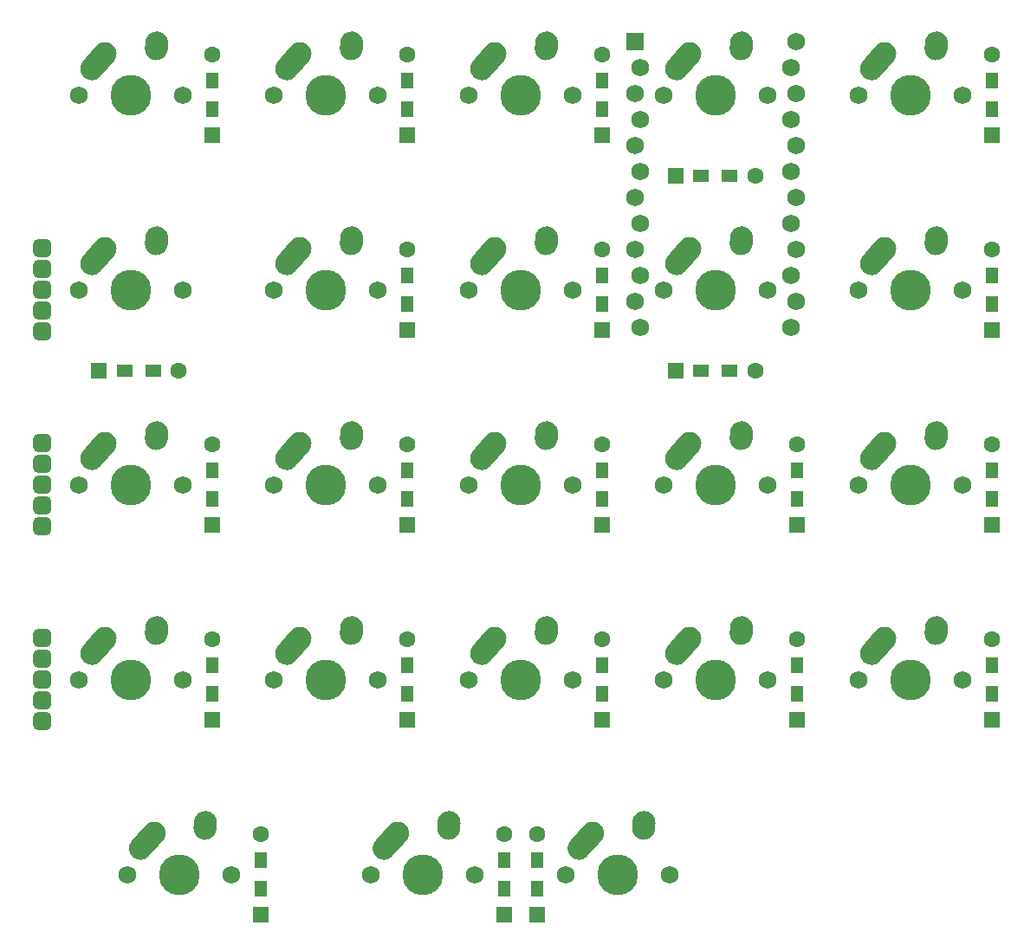
<source format=gbs>
%TF.GenerationSoftware,KiCad,Pcbnew,(5.1.12)-1*%
%TF.CreationDate,2022-01-01T22:18:58-05:00*%
%TF.ProjectId,my-keeb-2,6d792d6b-6565-4622-9d32-2e6b69636164,rev?*%
%TF.SameCoordinates,Original*%
%TF.FileFunction,Soldermask,Bot*%
%TF.FilePolarity,Negative*%
%FSLAX46Y46*%
G04 Gerber Fmt 4.6, Leading zero omitted, Abs format (unit mm)*
G04 Created by KiCad (PCBNEW (5.1.12)-1) date 2022-01-01 22:18:58*
%MOMM*%
%LPD*%
G01*
G04 APERTURE LIST*
%ADD10C,2.250000*%
%ADD11C,3.987800*%
%ADD12C,1.750000*%
%ADD13C,1.752600*%
%ADD14R,1.752600X1.752600*%
%ADD15R,1.600000X1.600000*%
%ADD16C,1.600000*%
%ADD17R,1.200000X1.600000*%
%ADD18R,1.600000X1.200000*%
G04 APERTURE END LIST*
%TO.C,MX38*%
G36*
G01*
X167523483Y-95047395D02*
X167522597Y-95047334D01*
G75*
G02*
X166477666Y-93847597I77403J1122334D01*
G01*
X166517666Y-93267597D01*
G75*
G02*
X167717403Y-92222666I1122334J-77403D01*
G01*
X167717403Y-92222666D01*
G75*
G02*
X168762334Y-93422403I-77403J-1122334D01*
G01*
X168722334Y-94002403D01*
G75*
G02*
X167522597Y-95047334I-1122334J77403D01*
G01*
G37*
D10*
X167640000Y-93345000D03*
G36*
G01*
X160538688Y-96722350D02*
X160538683Y-96722345D01*
G75*
G02*
X160452655Y-95133683I751317J837345D01*
G01*
X161762657Y-93673683D01*
G75*
G02*
X163351319Y-93587655I837345J-751317D01*
G01*
X163351319Y-93587655D01*
G75*
G02*
X163437347Y-95176317I-751317J-837345D01*
G01*
X162127345Y-96636317D01*
G75*
G02*
X160538683Y-96722345I-837345J751317D01*
G01*
G37*
D11*
X165100000Y-98425000D03*
D10*
X162600000Y-94425000D03*
D12*
X160020000Y-98425000D03*
X170180000Y-98425000D03*
%TD*%
%TO.C,M3*%
G36*
G01*
X109715300Y-36772850D02*
X109715300Y-37649150D01*
G75*
G02*
X109277150Y-38087300I-438150J0D01*
G01*
X108400850Y-38087300D01*
G75*
G02*
X107962700Y-37649150I0J438150D01*
G01*
X107962700Y-36772850D01*
G75*
G02*
X108400850Y-36334700I438150J0D01*
G01*
X109277150Y-36334700D01*
G75*
G02*
X109715300Y-36772850I0J-438150D01*
G01*
G37*
G36*
G01*
X109715300Y-38804850D02*
X109715300Y-39681150D01*
G75*
G02*
X109277150Y-40119300I-438150J0D01*
G01*
X108400850Y-40119300D01*
G75*
G02*
X107962700Y-39681150I0J438150D01*
G01*
X107962700Y-38804850D01*
G75*
G02*
X108400850Y-38366700I438150J0D01*
G01*
X109277150Y-38366700D01*
G75*
G02*
X109715300Y-38804850I0J-438150D01*
G01*
G37*
G36*
G01*
X109715300Y-40836850D02*
X109715300Y-41713150D01*
G75*
G02*
X109277150Y-42151300I-438150J0D01*
G01*
X108400850Y-42151300D01*
G75*
G02*
X107962700Y-41713150I0J438150D01*
G01*
X107962700Y-40836850D01*
G75*
G02*
X108400850Y-40398700I438150J0D01*
G01*
X109277150Y-40398700D01*
G75*
G02*
X109715300Y-40836850I0J-438150D01*
G01*
G37*
G36*
G01*
X109715300Y-42868850D02*
X109715300Y-43745150D01*
G75*
G02*
X109277150Y-44183300I-438150J0D01*
G01*
X108400850Y-44183300D01*
G75*
G02*
X107962700Y-43745150I0J438150D01*
G01*
X107962700Y-42868850D01*
G75*
G02*
X108400850Y-42430700I438150J0D01*
G01*
X109277150Y-42430700D01*
G75*
G02*
X109715300Y-42868850I0J-438150D01*
G01*
G37*
G36*
G01*
X109715300Y-44900850D02*
X109715300Y-45777150D01*
G75*
G02*
X109277150Y-46215300I-438150J0D01*
G01*
X108400850Y-46215300D01*
G75*
G02*
X107962700Y-45777150I0J438150D01*
G01*
X107962700Y-44900850D01*
G75*
G02*
X108400850Y-44462700I438150J0D01*
G01*
X109277150Y-44462700D01*
G75*
G02*
X109715300Y-44900850I0J-438150D01*
G01*
G37*
%TD*%
%TO.C,M2*%
G36*
G01*
X107962700Y-83877150D02*
X107962700Y-83000850D01*
G75*
G02*
X108400850Y-82562700I438150J0D01*
G01*
X109277150Y-82562700D01*
G75*
G02*
X109715300Y-83000850I0J-438150D01*
G01*
X109715300Y-83877150D01*
G75*
G02*
X109277150Y-84315300I-438150J0D01*
G01*
X108400850Y-84315300D01*
G75*
G02*
X107962700Y-83877150I0J438150D01*
G01*
G37*
G36*
G01*
X107962700Y-81845150D02*
X107962700Y-80968850D01*
G75*
G02*
X108400850Y-80530700I438150J0D01*
G01*
X109277150Y-80530700D01*
G75*
G02*
X109715300Y-80968850I0J-438150D01*
G01*
X109715300Y-81845150D01*
G75*
G02*
X109277150Y-82283300I-438150J0D01*
G01*
X108400850Y-82283300D01*
G75*
G02*
X107962700Y-81845150I0J438150D01*
G01*
G37*
G36*
G01*
X107962700Y-79813150D02*
X107962700Y-78936850D01*
G75*
G02*
X108400850Y-78498700I438150J0D01*
G01*
X109277150Y-78498700D01*
G75*
G02*
X109715300Y-78936850I0J-438150D01*
G01*
X109715300Y-79813150D01*
G75*
G02*
X109277150Y-80251300I-438150J0D01*
G01*
X108400850Y-80251300D01*
G75*
G02*
X107962700Y-79813150I0J438150D01*
G01*
G37*
G36*
G01*
X107962700Y-77781150D02*
X107962700Y-76904850D01*
G75*
G02*
X108400850Y-76466700I438150J0D01*
G01*
X109277150Y-76466700D01*
G75*
G02*
X109715300Y-76904850I0J-438150D01*
G01*
X109715300Y-77781150D01*
G75*
G02*
X109277150Y-78219300I-438150J0D01*
G01*
X108400850Y-78219300D01*
G75*
G02*
X107962700Y-77781150I0J438150D01*
G01*
G37*
G36*
G01*
X107962700Y-75749150D02*
X107962700Y-74872850D01*
G75*
G02*
X108400850Y-74434700I438150J0D01*
G01*
X109277150Y-74434700D01*
G75*
G02*
X109715300Y-74872850I0J-438150D01*
G01*
X109715300Y-75749150D01*
G75*
G02*
X109277150Y-76187300I-438150J0D01*
G01*
X108400850Y-76187300D01*
G75*
G02*
X107962700Y-75749150I0J438150D01*
G01*
G37*
%TD*%
%TO.C,M1*%
G36*
G01*
X107962700Y-64827150D02*
X107962700Y-63950850D01*
G75*
G02*
X108400850Y-63512700I438150J0D01*
G01*
X109277150Y-63512700D01*
G75*
G02*
X109715300Y-63950850I0J-438150D01*
G01*
X109715300Y-64827150D01*
G75*
G02*
X109277150Y-65265300I-438150J0D01*
G01*
X108400850Y-65265300D01*
G75*
G02*
X107962700Y-64827150I0J438150D01*
G01*
G37*
G36*
G01*
X107962700Y-62795150D02*
X107962700Y-61918850D01*
G75*
G02*
X108400850Y-61480700I438150J0D01*
G01*
X109277150Y-61480700D01*
G75*
G02*
X109715300Y-61918850I0J-438150D01*
G01*
X109715300Y-62795150D01*
G75*
G02*
X109277150Y-63233300I-438150J0D01*
G01*
X108400850Y-63233300D01*
G75*
G02*
X107962700Y-62795150I0J438150D01*
G01*
G37*
G36*
G01*
X107962700Y-60763150D02*
X107962700Y-59886850D01*
G75*
G02*
X108400850Y-59448700I438150J0D01*
G01*
X109277150Y-59448700D01*
G75*
G02*
X109715300Y-59886850I0J-438150D01*
G01*
X109715300Y-60763150D01*
G75*
G02*
X109277150Y-61201300I-438150J0D01*
G01*
X108400850Y-61201300D01*
G75*
G02*
X107962700Y-60763150I0J438150D01*
G01*
G37*
G36*
G01*
X107962700Y-58731150D02*
X107962700Y-57854850D01*
G75*
G02*
X108400850Y-57416700I438150J0D01*
G01*
X109277150Y-57416700D01*
G75*
G02*
X109715300Y-57854850I0J-438150D01*
G01*
X109715300Y-58731150D01*
G75*
G02*
X109277150Y-59169300I-438150J0D01*
G01*
X108400850Y-59169300D01*
G75*
G02*
X107962700Y-58731150I0J438150D01*
G01*
G37*
G36*
G01*
X107962700Y-56699150D02*
X107962700Y-55822850D01*
G75*
G02*
X108400850Y-55384700I438150J0D01*
G01*
X109277150Y-55384700D01*
G75*
G02*
X109715300Y-55822850I0J-438150D01*
G01*
X109715300Y-56699150D01*
G75*
G02*
X109277150Y-57137300I-438150J0D01*
G01*
X108400850Y-57137300D01*
G75*
G02*
X107962700Y-56699150I0J438150D01*
G01*
G37*
%TD*%
D13*
%TO.C,U1*%
X182473600Y-16986250D03*
X167233600Y-44926250D03*
X182016400Y-19526250D03*
X182473600Y-22066250D03*
X182016400Y-24606250D03*
X182473600Y-27146250D03*
X182016400Y-29686250D03*
X182473600Y-32226250D03*
X182016400Y-34766250D03*
X182473600Y-37306250D03*
X182016400Y-39846250D03*
X182473600Y-42386250D03*
X182016400Y-44926250D03*
X166776400Y-42386250D03*
X167233600Y-39846250D03*
X166776400Y-37306250D03*
X167233600Y-34766250D03*
X166776400Y-32226250D03*
X167233600Y-29686250D03*
X166776400Y-27146250D03*
X167233600Y-24606250D03*
X166776400Y-22066250D03*
X167233600Y-19526250D03*
D14*
X166776400Y-16986250D03*
%TD*%
%TO.C,MX25*%
G36*
G01*
X119898483Y-37897395D02*
X119897597Y-37897334D01*
G75*
G02*
X118852666Y-36697597I77403J1122334D01*
G01*
X118892666Y-36117597D01*
G75*
G02*
X120092403Y-35072666I1122334J-77403D01*
G01*
X120092403Y-35072666D01*
G75*
G02*
X121137334Y-36272403I-77403J-1122334D01*
G01*
X121097334Y-36852403D01*
G75*
G02*
X119897597Y-37897334I-1122334J77403D01*
G01*
G37*
D10*
X120015000Y-36195000D03*
G36*
G01*
X112913688Y-39572350D02*
X112913683Y-39572345D01*
G75*
G02*
X112827655Y-37983683I751317J837345D01*
G01*
X114137657Y-36523683D01*
G75*
G02*
X115726319Y-36437655I837345J-751317D01*
G01*
X115726319Y-36437655D01*
G75*
G02*
X115812347Y-38026317I-751317J-837345D01*
G01*
X114502345Y-39486317D01*
G75*
G02*
X112913683Y-39572345I-837345J751317D01*
G01*
G37*
D11*
X117475000Y-41275000D03*
D10*
X114975000Y-37275000D03*
D12*
X112395000Y-41275000D03*
X122555000Y-41275000D03*
%TD*%
%TO.C,MX28*%
G36*
G01*
X124660983Y-95047395D02*
X124660097Y-95047334D01*
G75*
G02*
X123615166Y-93847597I77403J1122334D01*
G01*
X123655166Y-93267597D01*
G75*
G02*
X124854903Y-92222666I1122334J-77403D01*
G01*
X124854903Y-92222666D01*
G75*
G02*
X125899834Y-93422403I-77403J-1122334D01*
G01*
X125859834Y-94002403D01*
G75*
G02*
X124660097Y-95047334I-1122334J77403D01*
G01*
G37*
D10*
X124777500Y-93345000D03*
G36*
G01*
X117676188Y-96722350D02*
X117676183Y-96722345D01*
G75*
G02*
X117590155Y-95133683I751317J837345D01*
G01*
X118900157Y-93673683D01*
G75*
G02*
X120488819Y-93587655I837345J-751317D01*
G01*
X120488819Y-93587655D01*
G75*
G02*
X120574847Y-95176317I-751317J-837345D01*
G01*
X119264845Y-96636317D01*
G75*
G02*
X117676183Y-96722345I-837345J751317D01*
G01*
G37*
D11*
X122237500Y-98425000D03*
D10*
X119737500Y-94425000D03*
D12*
X117157500Y-98425000D03*
X127317500Y-98425000D03*
%TD*%
%TO.C,MX46*%
G36*
G01*
X196098483Y-75997395D02*
X196097597Y-75997334D01*
G75*
G02*
X195052666Y-74797597I77403J1122334D01*
G01*
X195092666Y-74217597D01*
G75*
G02*
X196292403Y-73172666I1122334J-77403D01*
G01*
X196292403Y-73172666D01*
G75*
G02*
X197337334Y-74372403I-77403J-1122334D01*
G01*
X197297334Y-74952403D01*
G75*
G02*
X196097597Y-75997334I-1122334J77403D01*
G01*
G37*
D10*
X196215000Y-74295000D03*
G36*
G01*
X189113688Y-77672350D02*
X189113683Y-77672345D01*
G75*
G02*
X189027655Y-76083683I751317J837345D01*
G01*
X190337657Y-74623683D01*
G75*
G02*
X191926319Y-74537655I837345J-751317D01*
G01*
X191926319Y-74537655D01*
G75*
G02*
X192012347Y-76126317I-751317J-837345D01*
G01*
X190702345Y-77586317D01*
G75*
G02*
X189113683Y-77672345I-837345J751317D01*
G01*
G37*
D11*
X193675000Y-79375000D03*
D10*
X191175000Y-75375000D03*
D12*
X188595000Y-79375000D03*
X198755000Y-79375000D03*
%TD*%
%TO.C,MX45*%
G36*
G01*
X196098483Y-56947395D02*
X196097597Y-56947334D01*
G75*
G02*
X195052666Y-55747597I77403J1122334D01*
G01*
X195092666Y-55167597D01*
G75*
G02*
X196292403Y-54122666I1122334J-77403D01*
G01*
X196292403Y-54122666D01*
G75*
G02*
X197337334Y-55322403I-77403J-1122334D01*
G01*
X197297334Y-55902403D01*
G75*
G02*
X196097597Y-56947334I-1122334J77403D01*
G01*
G37*
D10*
X196215000Y-55245000D03*
G36*
G01*
X189113688Y-58622350D02*
X189113683Y-58622345D01*
G75*
G02*
X189027655Y-57033683I751317J837345D01*
G01*
X190337657Y-55573683D01*
G75*
G02*
X191926319Y-55487655I837345J-751317D01*
G01*
X191926319Y-55487655D01*
G75*
G02*
X192012347Y-57076317I-751317J-837345D01*
G01*
X190702345Y-58536317D01*
G75*
G02*
X189113683Y-58622345I-837345J751317D01*
G01*
G37*
D11*
X193675000Y-60325000D03*
D10*
X191175000Y-56325000D03*
D12*
X188595000Y-60325000D03*
X198755000Y-60325000D03*
%TD*%
%TO.C,MX44*%
G36*
G01*
X196098483Y-37897395D02*
X196097597Y-37897334D01*
G75*
G02*
X195052666Y-36697597I77403J1122334D01*
G01*
X195092666Y-36117597D01*
G75*
G02*
X196292403Y-35072666I1122334J-77403D01*
G01*
X196292403Y-35072666D01*
G75*
G02*
X197337334Y-36272403I-77403J-1122334D01*
G01*
X197297334Y-36852403D01*
G75*
G02*
X196097597Y-37897334I-1122334J77403D01*
G01*
G37*
D10*
X196215000Y-36195000D03*
G36*
G01*
X189113688Y-39572350D02*
X189113683Y-39572345D01*
G75*
G02*
X189027655Y-37983683I751317J837345D01*
G01*
X190337657Y-36523683D01*
G75*
G02*
X191926319Y-36437655I837345J-751317D01*
G01*
X191926319Y-36437655D01*
G75*
G02*
X192012347Y-38026317I-751317J-837345D01*
G01*
X190702345Y-39486317D01*
G75*
G02*
X189113683Y-39572345I-837345J751317D01*
G01*
G37*
D11*
X193675000Y-41275000D03*
D10*
X191175000Y-37275000D03*
D12*
X188595000Y-41275000D03*
X198755000Y-41275000D03*
%TD*%
%TO.C,MX43*%
G36*
G01*
X196098483Y-18847395D02*
X196097597Y-18847334D01*
G75*
G02*
X195052666Y-17647597I77403J1122334D01*
G01*
X195092666Y-17067597D01*
G75*
G02*
X196292403Y-16022666I1122334J-77403D01*
G01*
X196292403Y-16022666D01*
G75*
G02*
X197337334Y-17222403I-77403J-1122334D01*
G01*
X197297334Y-17802403D01*
G75*
G02*
X196097597Y-18847334I-1122334J77403D01*
G01*
G37*
D10*
X196215000Y-17145000D03*
G36*
G01*
X189113688Y-20522350D02*
X189113683Y-20522345D01*
G75*
G02*
X189027655Y-18933683I751317J837345D01*
G01*
X190337657Y-17473683D01*
G75*
G02*
X191926319Y-17387655I837345J-751317D01*
G01*
X191926319Y-17387655D01*
G75*
G02*
X192012347Y-18976317I-751317J-837345D01*
G01*
X190702345Y-20436317D01*
G75*
G02*
X189113683Y-20522345I-837345J751317D01*
G01*
G37*
D11*
X193675000Y-22225000D03*
D10*
X191175000Y-18225000D03*
D12*
X188595000Y-22225000D03*
X198755000Y-22225000D03*
%TD*%
%TO.C,MX42*%
G36*
G01*
X177048483Y-75997395D02*
X177047597Y-75997334D01*
G75*
G02*
X176002666Y-74797597I77403J1122334D01*
G01*
X176042666Y-74217597D01*
G75*
G02*
X177242403Y-73172666I1122334J-77403D01*
G01*
X177242403Y-73172666D01*
G75*
G02*
X178287334Y-74372403I-77403J-1122334D01*
G01*
X178247334Y-74952403D01*
G75*
G02*
X177047597Y-75997334I-1122334J77403D01*
G01*
G37*
D10*
X177165000Y-74295000D03*
G36*
G01*
X170063688Y-77672350D02*
X170063683Y-77672345D01*
G75*
G02*
X169977655Y-76083683I751317J837345D01*
G01*
X171287657Y-74623683D01*
G75*
G02*
X172876319Y-74537655I837345J-751317D01*
G01*
X172876319Y-74537655D01*
G75*
G02*
X172962347Y-76126317I-751317J-837345D01*
G01*
X171652345Y-77586317D01*
G75*
G02*
X170063683Y-77672345I-837345J751317D01*
G01*
G37*
D11*
X174625000Y-79375000D03*
D10*
X172125000Y-75375000D03*
D12*
X169545000Y-79375000D03*
X179705000Y-79375000D03*
%TD*%
%TO.C,MX41*%
G36*
G01*
X177048483Y-56947395D02*
X177047597Y-56947334D01*
G75*
G02*
X176002666Y-55747597I77403J1122334D01*
G01*
X176042666Y-55167597D01*
G75*
G02*
X177242403Y-54122666I1122334J-77403D01*
G01*
X177242403Y-54122666D01*
G75*
G02*
X178287334Y-55322403I-77403J-1122334D01*
G01*
X178247334Y-55902403D01*
G75*
G02*
X177047597Y-56947334I-1122334J77403D01*
G01*
G37*
D10*
X177165000Y-55245000D03*
G36*
G01*
X170063688Y-58622350D02*
X170063683Y-58622345D01*
G75*
G02*
X169977655Y-57033683I751317J837345D01*
G01*
X171287657Y-55573683D01*
G75*
G02*
X172876319Y-55487655I837345J-751317D01*
G01*
X172876319Y-55487655D01*
G75*
G02*
X172962347Y-57076317I-751317J-837345D01*
G01*
X171652345Y-58536317D01*
G75*
G02*
X170063683Y-58622345I-837345J751317D01*
G01*
G37*
D11*
X174625000Y-60325000D03*
D10*
X172125000Y-56325000D03*
D12*
X169545000Y-60325000D03*
X179705000Y-60325000D03*
%TD*%
%TO.C,MX40*%
G36*
G01*
X177048483Y-37897395D02*
X177047597Y-37897334D01*
G75*
G02*
X176002666Y-36697597I77403J1122334D01*
G01*
X176042666Y-36117597D01*
G75*
G02*
X177242403Y-35072666I1122334J-77403D01*
G01*
X177242403Y-35072666D01*
G75*
G02*
X178287334Y-36272403I-77403J-1122334D01*
G01*
X178247334Y-36852403D01*
G75*
G02*
X177047597Y-37897334I-1122334J77403D01*
G01*
G37*
D10*
X177165000Y-36195000D03*
G36*
G01*
X170063688Y-39572350D02*
X170063683Y-39572345D01*
G75*
G02*
X169977655Y-37983683I751317J837345D01*
G01*
X171287657Y-36523683D01*
G75*
G02*
X172876319Y-36437655I837345J-751317D01*
G01*
X172876319Y-36437655D01*
G75*
G02*
X172962347Y-38026317I-751317J-837345D01*
G01*
X171652345Y-39486317D01*
G75*
G02*
X170063683Y-39572345I-837345J751317D01*
G01*
G37*
D11*
X174625000Y-41275000D03*
D10*
X172125000Y-37275000D03*
D12*
X169545000Y-41275000D03*
X179705000Y-41275000D03*
%TD*%
%TO.C,MX39*%
G36*
G01*
X177048483Y-18847395D02*
X177047597Y-18847334D01*
G75*
G02*
X176002666Y-17647597I77403J1122334D01*
G01*
X176042666Y-17067597D01*
G75*
G02*
X177242403Y-16022666I1122334J-77403D01*
G01*
X177242403Y-16022666D01*
G75*
G02*
X178287334Y-17222403I-77403J-1122334D01*
G01*
X178247334Y-17802403D01*
G75*
G02*
X177047597Y-18847334I-1122334J77403D01*
G01*
G37*
D10*
X177165000Y-17145000D03*
G36*
G01*
X170063688Y-20522350D02*
X170063683Y-20522345D01*
G75*
G02*
X169977655Y-18933683I751317J837345D01*
G01*
X171287657Y-17473683D01*
G75*
G02*
X172876319Y-17387655I837345J-751317D01*
G01*
X172876319Y-17387655D01*
G75*
G02*
X172962347Y-18976317I-751317J-837345D01*
G01*
X171652345Y-20436317D01*
G75*
G02*
X170063683Y-20522345I-837345J751317D01*
G01*
G37*
D11*
X174625000Y-22225000D03*
D10*
X172125000Y-18225000D03*
D12*
X169545000Y-22225000D03*
X179705000Y-22225000D03*
%TD*%
%TO.C,MX37*%
G36*
G01*
X157998483Y-75997395D02*
X157997597Y-75997334D01*
G75*
G02*
X156952666Y-74797597I77403J1122334D01*
G01*
X156992666Y-74217597D01*
G75*
G02*
X158192403Y-73172666I1122334J-77403D01*
G01*
X158192403Y-73172666D01*
G75*
G02*
X159237334Y-74372403I-77403J-1122334D01*
G01*
X159197334Y-74952403D01*
G75*
G02*
X157997597Y-75997334I-1122334J77403D01*
G01*
G37*
D10*
X158115000Y-74295000D03*
G36*
G01*
X151013688Y-77672350D02*
X151013683Y-77672345D01*
G75*
G02*
X150927655Y-76083683I751317J837345D01*
G01*
X152237657Y-74623683D01*
G75*
G02*
X153826319Y-74537655I837345J-751317D01*
G01*
X153826319Y-74537655D01*
G75*
G02*
X153912347Y-76126317I-751317J-837345D01*
G01*
X152602345Y-77586317D01*
G75*
G02*
X151013683Y-77672345I-837345J751317D01*
G01*
G37*
D11*
X155575000Y-79375000D03*
D10*
X153075000Y-75375000D03*
D12*
X150495000Y-79375000D03*
X160655000Y-79375000D03*
%TD*%
%TO.C,MX36*%
G36*
G01*
X157998483Y-56947395D02*
X157997597Y-56947334D01*
G75*
G02*
X156952666Y-55747597I77403J1122334D01*
G01*
X156992666Y-55167597D01*
G75*
G02*
X158192403Y-54122666I1122334J-77403D01*
G01*
X158192403Y-54122666D01*
G75*
G02*
X159237334Y-55322403I-77403J-1122334D01*
G01*
X159197334Y-55902403D01*
G75*
G02*
X157997597Y-56947334I-1122334J77403D01*
G01*
G37*
D10*
X158115000Y-55245000D03*
G36*
G01*
X151013688Y-58622350D02*
X151013683Y-58622345D01*
G75*
G02*
X150927655Y-57033683I751317J837345D01*
G01*
X152237657Y-55573683D01*
G75*
G02*
X153826319Y-55487655I837345J-751317D01*
G01*
X153826319Y-55487655D01*
G75*
G02*
X153912347Y-57076317I-751317J-837345D01*
G01*
X152602345Y-58536317D01*
G75*
G02*
X151013683Y-58622345I-837345J751317D01*
G01*
G37*
D11*
X155575000Y-60325000D03*
D10*
X153075000Y-56325000D03*
D12*
X150495000Y-60325000D03*
X160655000Y-60325000D03*
%TD*%
%TO.C,MX35*%
G36*
G01*
X157998483Y-37897395D02*
X157997597Y-37897334D01*
G75*
G02*
X156952666Y-36697597I77403J1122334D01*
G01*
X156992666Y-36117597D01*
G75*
G02*
X158192403Y-35072666I1122334J-77403D01*
G01*
X158192403Y-35072666D01*
G75*
G02*
X159237334Y-36272403I-77403J-1122334D01*
G01*
X159197334Y-36852403D01*
G75*
G02*
X157997597Y-37897334I-1122334J77403D01*
G01*
G37*
D10*
X158115000Y-36195000D03*
G36*
G01*
X151013688Y-39572350D02*
X151013683Y-39572345D01*
G75*
G02*
X150927655Y-37983683I751317J837345D01*
G01*
X152237657Y-36523683D01*
G75*
G02*
X153826319Y-36437655I837345J-751317D01*
G01*
X153826319Y-36437655D01*
G75*
G02*
X153912347Y-38026317I-751317J-837345D01*
G01*
X152602345Y-39486317D01*
G75*
G02*
X151013683Y-39572345I-837345J751317D01*
G01*
G37*
D11*
X155575000Y-41275000D03*
D10*
X153075000Y-37275000D03*
D12*
X150495000Y-41275000D03*
X160655000Y-41275000D03*
%TD*%
%TO.C,MX34*%
G36*
G01*
X157998483Y-18847395D02*
X157997597Y-18847334D01*
G75*
G02*
X156952666Y-17647597I77403J1122334D01*
G01*
X156992666Y-17067597D01*
G75*
G02*
X158192403Y-16022666I1122334J-77403D01*
G01*
X158192403Y-16022666D01*
G75*
G02*
X159237334Y-17222403I-77403J-1122334D01*
G01*
X159197334Y-17802403D01*
G75*
G02*
X157997597Y-18847334I-1122334J77403D01*
G01*
G37*
D10*
X158115000Y-17145000D03*
G36*
G01*
X151013688Y-20522350D02*
X151013683Y-20522345D01*
G75*
G02*
X150927655Y-18933683I751317J837345D01*
G01*
X152237657Y-17473683D01*
G75*
G02*
X153826319Y-17387655I837345J-751317D01*
G01*
X153826319Y-17387655D01*
G75*
G02*
X153912347Y-18976317I-751317J-837345D01*
G01*
X152602345Y-20436317D01*
G75*
G02*
X151013683Y-20522345I-837345J751317D01*
G01*
G37*
D11*
X155575000Y-22225000D03*
D10*
X153075000Y-18225000D03*
D12*
X150495000Y-22225000D03*
X160655000Y-22225000D03*
%TD*%
%TO.C,MX33*%
G36*
G01*
X148473483Y-95047395D02*
X148472597Y-95047334D01*
G75*
G02*
X147427666Y-93847597I77403J1122334D01*
G01*
X147467666Y-93267597D01*
G75*
G02*
X148667403Y-92222666I1122334J-77403D01*
G01*
X148667403Y-92222666D01*
G75*
G02*
X149712334Y-93422403I-77403J-1122334D01*
G01*
X149672334Y-94002403D01*
G75*
G02*
X148472597Y-95047334I-1122334J77403D01*
G01*
G37*
D10*
X148590000Y-93345000D03*
G36*
G01*
X141488688Y-96722350D02*
X141488683Y-96722345D01*
G75*
G02*
X141402655Y-95133683I751317J837345D01*
G01*
X142712657Y-93673683D01*
G75*
G02*
X144301319Y-93587655I837345J-751317D01*
G01*
X144301319Y-93587655D01*
G75*
G02*
X144387347Y-95176317I-751317J-837345D01*
G01*
X143077345Y-96636317D01*
G75*
G02*
X141488683Y-96722345I-837345J751317D01*
G01*
G37*
D11*
X146050000Y-98425000D03*
D10*
X143550000Y-94425000D03*
D12*
X140970000Y-98425000D03*
X151130000Y-98425000D03*
%TD*%
%TO.C,MX32*%
G36*
G01*
X138948483Y-75997395D02*
X138947597Y-75997334D01*
G75*
G02*
X137902666Y-74797597I77403J1122334D01*
G01*
X137942666Y-74217597D01*
G75*
G02*
X139142403Y-73172666I1122334J-77403D01*
G01*
X139142403Y-73172666D01*
G75*
G02*
X140187334Y-74372403I-77403J-1122334D01*
G01*
X140147334Y-74952403D01*
G75*
G02*
X138947597Y-75997334I-1122334J77403D01*
G01*
G37*
D10*
X139065000Y-74295000D03*
G36*
G01*
X131963688Y-77672350D02*
X131963683Y-77672345D01*
G75*
G02*
X131877655Y-76083683I751317J837345D01*
G01*
X133187657Y-74623683D01*
G75*
G02*
X134776319Y-74537655I837345J-751317D01*
G01*
X134776319Y-74537655D01*
G75*
G02*
X134862347Y-76126317I-751317J-837345D01*
G01*
X133552345Y-77586317D01*
G75*
G02*
X131963683Y-77672345I-837345J751317D01*
G01*
G37*
D11*
X136525000Y-79375000D03*
D10*
X134025000Y-75375000D03*
D12*
X131445000Y-79375000D03*
X141605000Y-79375000D03*
%TD*%
%TO.C,MX31*%
G36*
G01*
X138948483Y-56947395D02*
X138947597Y-56947334D01*
G75*
G02*
X137902666Y-55747597I77403J1122334D01*
G01*
X137942666Y-55167597D01*
G75*
G02*
X139142403Y-54122666I1122334J-77403D01*
G01*
X139142403Y-54122666D01*
G75*
G02*
X140187334Y-55322403I-77403J-1122334D01*
G01*
X140147334Y-55902403D01*
G75*
G02*
X138947597Y-56947334I-1122334J77403D01*
G01*
G37*
D10*
X139065000Y-55245000D03*
G36*
G01*
X131963688Y-58622350D02*
X131963683Y-58622345D01*
G75*
G02*
X131877655Y-57033683I751317J837345D01*
G01*
X133187657Y-55573683D01*
G75*
G02*
X134776319Y-55487655I837345J-751317D01*
G01*
X134776319Y-55487655D01*
G75*
G02*
X134862347Y-57076317I-751317J-837345D01*
G01*
X133552345Y-58536317D01*
G75*
G02*
X131963683Y-58622345I-837345J751317D01*
G01*
G37*
D11*
X136525000Y-60325000D03*
D10*
X134025000Y-56325000D03*
D12*
X131445000Y-60325000D03*
X141605000Y-60325000D03*
%TD*%
%TO.C,MX30*%
G36*
G01*
X138948483Y-37897395D02*
X138947597Y-37897334D01*
G75*
G02*
X137902666Y-36697597I77403J1122334D01*
G01*
X137942666Y-36117597D01*
G75*
G02*
X139142403Y-35072666I1122334J-77403D01*
G01*
X139142403Y-35072666D01*
G75*
G02*
X140187334Y-36272403I-77403J-1122334D01*
G01*
X140147334Y-36852403D01*
G75*
G02*
X138947597Y-37897334I-1122334J77403D01*
G01*
G37*
D10*
X139065000Y-36195000D03*
G36*
G01*
X131963688Y-39572350D02*
X131963683Y-39572345D01*
G75*
G02*
X131877655Y-37983683I751317J837345D01*
G01*
X133187657Y-36523683D01*
G75*
G02*
X134776319Y-36437655I837345J-751317D01*
G01*
X134776319Y-36437655D01*
G75*
G02*
X134862347Y-38026317I-751317J-837345D01*
G01*
X133552345Y-39486317D01*
G75*
G02*
X131963683Y-39572345I-837345J751317D01*
G01*
G37*
D11*
X136525000Y-41275000D03*
D10*
X134025000Y-37275000D03*
D12*
X131445000Y-41275000D03*
X141605000Y-41275000D03*
%TD*%
%TO.C,MX29*%
G36*
G01*
X138948483Y-18847395D02*
X138947597Y-18847334D01*
G75*
G02*
X137902666Y-17647597I77403J1122334D01*
G01*
X137942666Y-17067597D01*
G75*
G02*
X139142403Y-16022666I1122334J-77403D01*
G01*
X139142403Y-16022666D01*
G75*
G02*
X140187334Y-17222403I-77403J-1122334D01*
G01*
X140147334Y-17802403D01*
G75*
G02*
X138947597Y-18847334I-1122334J77403D01*
G01*
G37*
D10*
X139065000Y-17145000D03*
G36*
G01*
X131963688Y-20522350D02*
X131963683Y-20522345D01*
G75*
G02*
X131877655Y-18933683I751317J837345D01*
G01*
X133187657Y-17473683D01*
G75*
G02*
X134776319Y-17387655I837345J-751317D01*
G01*
X134776319Y-17387655D01*
G75*
G02*
X134862347Y-18976317I-751317J-837345D01*
G01*
X133552345Y-20436317D01*
G75*
G02*
X131963683Y-20522345I-837345J751317D01*
G01*
G37*
D11*
X136525000Y-22225000D03*
D10*
X134025000Y-18225000D03*
D12*
X131445000Y-22225000D03*
X141605000Y-22225000D03*
%TD*%
%TO.C,MX27*%
G36*
G01*
X119898483Y-75997395D02*
X119897597Y-75997334D01*
G75*
G02*
X118852666Y-74797597I77403J1122334D01*
G01*
X118892666Y-74217597D01*
G75*
G02*
X120092403Y-73172666I1122334J-77403D01*
G01*
X120092403Y-73172666D01*
G75*
G02*
X121137334Y-74372403I-77403J-1122334D01*
G01*
X121097334Y-74952403D01*
G75*
G02*
X119897597Y-75997334I-1122334J77403D01*
G01*
G37*
D10*
X120015000Y-74295000D03*
G36*
G01*
X112913688Y-77672350D02*
X112913683Y-77672345D01*
G75*
G02*
X112827655Y-76083683I751317J837345D01*
G01*
X114137657Y-74623683D01*
G75*
G02*
X115726319Y-74537655I837345J-751317D01*
G01*
X115726319Y-74537655D01*
G75*
G02*
X115812347Y-76126317I-751317J-837345D01*
G01*
X114502345Y-77586317D01*
G75*
G02*
X112913683Y-77672345I-837345J751317D01*
G01*
G37*
D11*
X117475000Y-79375000D03*
D10*
X114975000Y-75375000D03*
D12*
X112395000Y-79375000D03*
X122555000Y-79375000D03*
%TD*%
%TO.C,MX26*%
G36*
G01*
X119898483Y-56947395D02*
X119897597Y-56947334D01*
G75*
G02*
X118852666Y-55747597I77403J1122334D01*
G01*
X118892666Y-55167597D01*
G75*
G02*
X120092403Y-54122666I1122334J-77403D01*
G01*
X120092403Y-54122666D01*
G75*
G02*
X121137334Y-55322403I-77403J-1122334D01*
G01*
X121097334Y-55902403D01*
G75*
G02*
X119897597Y-56947334I-1122334J77403D01*
G01*
G37*
D10*
X120015000Y-55245000D03*
G36*
G01*
X112913688Y-58622350D02*
X112913683Y-58622345D01*
G75*
G02*
X112827655Y-57033683I751317J837345D01*
G01*
X114137657Y-55573683D01*
G75*
G02*
X115726319Y-55487655I837345J-751317D01*
G01*
X115726319Y-55487655D01*
G75*
G02*
X115812347Y-57076317I-751317J-837345D01*
G01*
X114502345Y-58536317D01*
G75*
G02*
X112913683Y-58622345I-837345J751317D01*
G01*
G37*
D11*
X117475000Y-60325000D03*
D10*
X114975000Y-56325000D03*
D12*
X112395000Y-60325000D03*
X122555000Y-60325000D03*
%TD*%
%TO.C,MX24*%
G36*
G01*
X119898483Y-18847395D02*
X119897597Y-18847334D01*
G75*
G02*
X118852666Y-17647597I77403J1122334D01*
G01*
X118892666Y-17067597D01*
G75*
G02*
X120092403Y-16022666I1122334J-77403D01*
G01*
X120092403Y-16022666D01*
G75*
G02*
X121137334Y-17222403I-77403J-1122334D01*
G01*
X121097334Y-17802403D01*
G75*
G02*
X119897597Y-18847334I-1122334J77403D01*
G01*
G37*
D10*
X120015000Y-17145000D03*
G36*
G01*
X112913688Y-20522350D02*
X112913683Y-20522345D01*
G75*
G02*
X112827655Y-18933683I751317J837345D01*
G01*
X114137657Y-17473683D01*
G75*
G02*
X115726319Y-17387655I837345J-751317D01*
G01*
X115726319Y-17387655D01*
G75*
G02*
X115812347Y-18976317I-751317J-837345D01*
G01*
X114502345Y-20436317D01*
G75*
G02*
X112913683Y-20522345I-837345J751317D01*
G01*
G37*
D11*
X117475000Y-22225000D03*
D10*
X114975000Y-18225000D03*
D12*
X112395000Y-22225000D03*
X122555000Y-22225000D03*
%TD*%
D15*
%TO.C,D46*%
X201612500Y-83275000D03*
D16*
X201612500Y-75475000D03*
D17*
X201612500Y-80775000D03*
X201612500Y-77975000D03*
%TD*%
D15*
%TO.C,D45*%
X201612500Y-64225000D03*
D16*
X201612500Y-56425000D03*
D17*
X201612500Y-61725000D03*
X201612500Y-58925000D03*
%TD*%
D15*
%TO.C,D44*%
X201612500Y-45175000D03*
D16*
X201612500Y-37375000D03*
D17*
X201612500Y-42675000D03*
X201612500Y-39875000D03*
%TD*%
D15*
%TO.C,D43*%
X201612500Y-26125000D03*
D16*
X201612500Y-18325000D03*
D17*
X201612500Y-23625000D03*
X201612500Y-20825000D03*
%TD*%
D15*
%TO.C,D42*%
X182562500Y-83272000D03*
D16*
X182562500Y-75472000D03*
D17*
X182562500Y-80772000D03*
X182562500Y-77972000D03*
%TD*%
D15*
%TO.C,D41*%
X182562500Y-64225000D03*
D16*
X182562500Y-56425000D03*
D17*
X182562500Y-61725000D03*
X182562500Y-58925000D03*
%TD*%
D15*
%TO.C,D40*%
X170725000Y-49212500D03*
D16*
X178525000Y-49212500D03*
D18*
X173225000Y-49212500D03*
X176025000Y-49212500D03*
%TD*%
D15*
%TO.C,D39*%
X170725000Y-30162500D03*
D16*
X178525000Y-30162500D03*
D18*
X173225000Y-30162500D03*
X176025000Y-30162500D03*
%TD*%
D15*
%TO.C,D38*%
X157162500Y-102325000D03*
D16*
X157162500Y-94525000D03*
D17*
X157162500Y-99825000D03*
X157162500Y-97025000D03*
%TD*%
D15*
%TO.C,D37*%
X163512500Y-83275000D03*
D16*
X163512500Y-75475000D03*
D17*
X163512500Y-80775000D03*
X163512500Y-77975000D03*
%TD*%
D15*
%TO.C,D36*%
X163512500Y-64225000D03*
D16*
X163512500Y-56425000D03*
D17*
X163512500Y-61725000D03*
X163512500Y-58925000D03*
%TD*%
D15*
%TO.C,D35*%
X163512500Y-45175000D03*
D16*
X163512500Y-37375000D03*
D17*
X163512500Y-42675000D03*
X163512500Y-39875000D03*
%TD*%
D15*
%TO.C,D34*%
X163512500Y-26125000D03*
D16*
X163512500Y-18325000D03*
D17*
X163512500Y-23625000D03*
X163512500Y-20825000D03*
%TD*%
D15*
%TO.C,D33*%
X153987500Y-102325000D03*
D16*
X153987500Y-94525000D03*
D17*
X153987500Y-99825000D03*
X153987500Y-97025000D03*
%TD*%
D15*
%TO.C,D32*%
X144462500Y-83275000D03*
D16*
X144462500Y-75475000D03*
D17*
X144462500Y-80775000D03*
X144462500Y-77975000D03*
%TD*%
D15*
%TO.C,D31*%
X144462500Y-64225000D03*
D16*
X144462500Y-56425000D03*
D17*
X144462500Y-61725000D03*
X144462500Y-58925000D03*
%TD*%
D15*
%TO.C,D30*%
X144462500Y-45175000D03*
D16*
X144462500Y-37375000D03*
D17*
X144462500Y-42675000D03*
X144462500Y-39875000D03*
%TD*%
D15*
%TO.C,D29*%
X144462500Y-26125000D03*
D16*
X144462500Y-18325000D03*
D17*
X144462500Y-23625000D03*
X144462500Y-20825000D03*
%TD*%
D15*
%TO.C,D28*%
X130175000Y-102325000D03*
D16*
X130175000Y-94525000D03*
D17*
X130175000Y-99825000D03*
X130175000Y-97025000D03*
%TD*%
D15*
%TO.C,D27*%
X125412500Y-83275000D03*
D16*
X125412500Y-75475000D03*
D17*
X125412500Y-80775000D03*
X125412500Y-77975000D03*
%TD*%
D15*
%TO.C,D26*%
X125412500Y-64225000D03*
D16*
X125412500Y-56425000D03*
D17*
X125412500Y-61725000D03*
X125412500Y-58925000D03*
%TD*%
D15*
%TO.C,D25*%
X114368750Y-49212500D03*
D16*
X122168750Y-49212500D03*
D18*
X116868750Y-49212500D03*
X119668750Y-49212500D03*
%TD*%
D15*
%TO.C,D24*%
X125412500Y-26125000D03*
D16*
X125412500Y-18325000D03*
D17*
X125412500Y-23625000D03*
X125412500Y-20825000D03*
%TD*%
M02*

</source>
